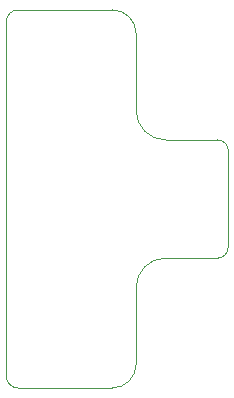
<source format=gbr>
%TF.GenerationSoftware,KiCad,Pcbnew,5.99.0-unknown-5f1e9bc8a7~129~ubuntu20.04.1*%
%TF.CreationDate,2021-06-14T18:11:25+08:00*%
%TF.ProjectId,M5Pi-TYPE-C,4d355069-2d54-4595-9045-2d432e6b6963,rev?*%
%TF.SameCoordinates,Original*%
%TF.FileFunction,Profile,NP*%
%FSLAX46Y46*%
G04 Gerber Fmt 4.6, Leading zero omitted, Abs format (unit mm)*
G04 Created by KiCad (PCBNEW 5.99.0-unknown-5f1e9bc8a7~129~ubuntu20.04.1) date 2021-06-14 18:11:25*
%MOMM*%
%LPD*%
G01*
G04 APERTURE LIST*
%TA.AperFunction,Profile*%
%ADD10C,0.100000*%
%TD*%
G04 APERTURE END LIST*
D10*
X155400000Y-107000000D02*
X151000000Y-107000000D01*
X156300000Y-116100000D02*
X156300000Y-107900000D01*
X151000000Y-117000000D02*
X155400000Y-117000000D01*
X155400000Y-117000000D02*
G75*
G03*
X156300000Y-116100000I0J900000D01*
G01*
X156300000Y-107900000D02*
G75*
G03*
X155400000Y-107000000I-900000J0D01*
G01*
X137500000Y-97000000D02*
X137500000Y-127000000D01*
X148500000Y-98000000D02*
X148500000Y-104500000D01*
X138500000Y-96000000D02*
X146500000Y-96000000D01*
X137500000Y-97000000D02*
G75*
G02*
X138500000Y-96000000I1000000J0D01*
G01*
X138500000Y-128000000D02*
X146500000Y-128000000D01*
X137500000Y-127000000D02*
G75*
G03*
X138500000Y-128000000I1000000J0D01*
G01*
X148500000Y-119500000D02*
X148500000Y-126000000D01*
X148500000Y-126000000D02*
G75*
G02*
X146500000Y-128000000I-2000000J0D01*
G01*
X148500000Y-98000000D02*
G75*
G03*
X146500000Y-96000000I-2000000J0D01*
G01*
X148500000Y-119500000D02*
G75*
G02*
X151000000Y-117000000I2500000J0D01*
G01*
X148500000Y-104500000D02*
G75*
G03*
X151000000Y-107000000I2500000J0D01*
G01*
M02*

</source>
